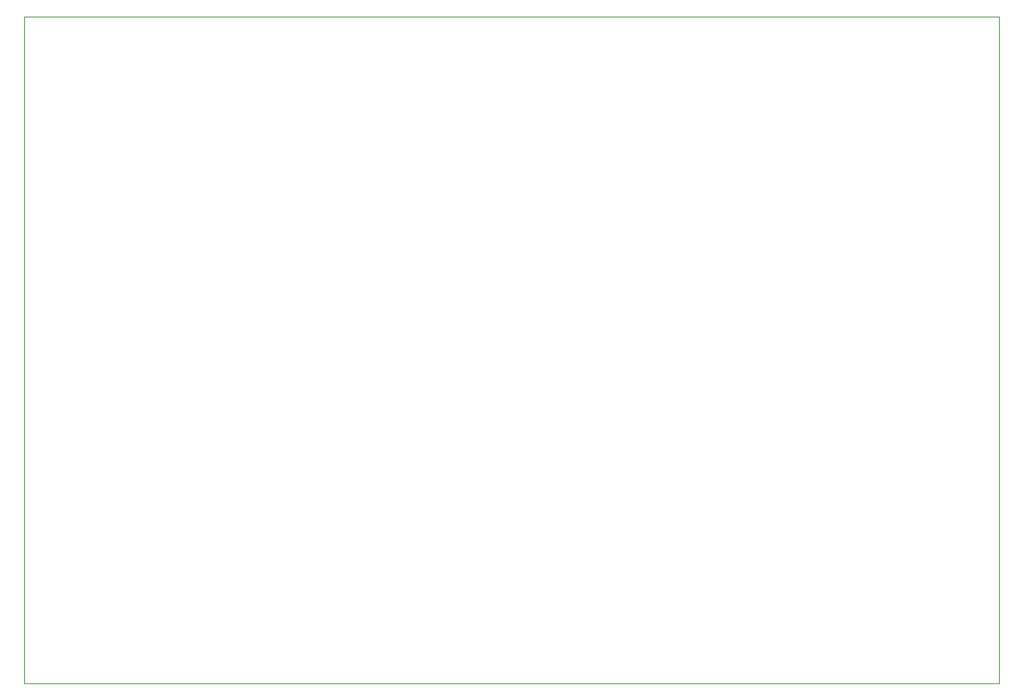
<source format=gm1>
G04 #@! TF.GenerationSoftware,KiCad,Pcbnew,(5.1.4-0-10_14)*
G04 #@! TF.CreationDate,2019-09-25T10:25:21-05:00*
G04 #@! TF.ProjectId,midi_footswitch,6d696469-5f66-46f6-9f74-737769746368,rev?*
G04 #@! TF.SameCoordinates,Original*
G04 #@! TF.FileFunction,Profile,NP*
%FSLAX46Y46*%
G04 Gerber Fmt 4.6, Leading zero omitted, Abs format (unit mm)*
G04 Created by KiCad (PCBNEW (5.1.4-0-10_14)) date 2019-09-25 10:25:21*
%MOMM*%
%LPD*%
G04 APERTURE LIST*
%ADD10C,0.050000*%
G04 APERTURE END LIST*
D10*
X12192000Y-86741000D02*
X121158000Y-86741000D01*
X12192000Y-12192000D02*
X12192000Y-86741000D01*
X121158000Y-12192000D02*
X12192000Y-12192000D01*
X121158000Y-86741000D02*
X121158000Y-12192000D01*
M02*

</source>
